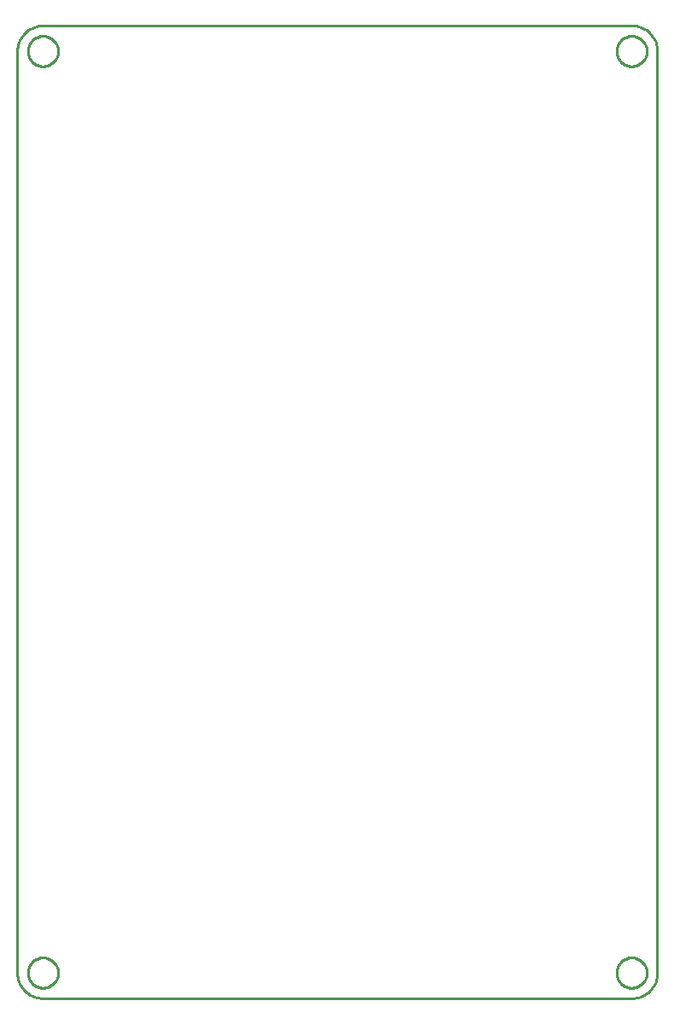
<source format=gbr>
G04 EAGLE Gerber RS-274X export*
G75*
%MOMM*%
%FSLAX34Y34*%
%LPD*%
%IN*%
%IPPOS*%
%AMOC8*
5,1,8,0,0,1.08239X$1,22.5*%
G01*
%ADD10C,0.254000*%


D10*
X0Y25400D02*
X97Y23186D01*
X386Y20989D01*
X865Y18826D01*
X1532Y16713D01*
X2380Y14666D01*
X3403Y12700D01*
X4594Y10831D01*
X5942Y9073D01*
X7440Y7440D01*
X9073Y5942D01*
X10831Y4594D01*
X12700Y3403D01*
X14666Y2380D01*
X16713Y1532D01*
X18826Y865D01*
X20989Y386D01*
X23186Y97D01*
X25400Y0D01*
X609600Y0D01*
X611814Y97D01*
X614011Y386D01*
X616174Y865D01*
X618287Y1532D01*
X620335Y2380D01*
X622300Y3403D01*
X624169Y4594D01*
X625927Y5942D01*
X627561Y7440D01*
X629058Y9073D01*
X630406Y10831D01*
X631597Y12700D01*
X632620Y14666D01*
X633468Y16713D01*
X634135Y18826D01*
X634614Y20989D01*
X634903Y23186D01*
X635000Y25400D01*
X635000Y939800D01*
X634903Y942014D01*
X634614Y944211D01*
X634135Y946374D01*
X633468Y948487D01*
X632620Y950535D01*
X631597Y952500D01*
X630406Y954369D01*
X629058Y956127D01*
X627561Y957761D01*
X625927Y959258D01*
X624169Y960606D01*
X622300Y961797D01*
X620335Y962820D01*
X618287Y963668D01*
X616174Y964335D01*
X614011Y964814D01*
X611814Y965103D01*
X609600Y965200D01*
X25400Y965200D01*
X23186Y965103D01*
X20989Y964814D01*
X18826Y964335D01*
X16713Y963668D01*
X14666Y962820D01*
X12700Y961797D01*
X10831Y960606D01*
X9073Y959258D01*
X7440Y957761D01*
X5942Y956127D01*
X4594Y954369D01*
X3403Y952500D01*
X2380Y950535D01*
X1532Y948487D01*
X865Y946374D01*
X386Y944211D01*
X97Y942014D01*
X0Y939800D01*
X0Y25400D01*
X40400Y24864D02*
X40324Y23796D01*
X40171Y22735D01*
X39943Y21688D01*
X39641Y20660D01*
X39267Y19656D01*
X38822Y18681D01*
X38308Y17741D01*
X37729Y16840D01*
X37087Y15982D01*
X36385Y15172D01*
X35628Y14415D01*
X34818Y13713D01*
X33960Y13071D01*
X33059Y12492D01*
X32119Y11978D01*
X31144Y11533D01*
X30140Y11159D01*
X29112Y10857D01*
X28065Y10629D01*
X27004Y10476D01*
X25936Y10400D01*
X24864Y10400D01*
X23796Y10476D01*
X22735Y10629D01*
X21688Y10857D01*
X20660Y11159D01*
X19656Y11533D01*
X18681Y11978D01*
X17741Y12492D01*
X16840Y13071D01*
X15982Y13713D01*
X15172Y14415D01*
X14415Y15172D01*
X13713Y15982D01*
X13071Y16840D01*
X12492Y17741D01*
X11978Y18681D01*
X11533Y19656D01*
X11159Y20660D01*
X10857Y21688D01*
X10629Y22735D01*
X10476Y23796D01*
X10400Y24864D01*
X10400Y25936D01*
X10476Y27004D01*
X10629Y28065D01*
X10857Y29112D01*
X11159Y30140D01*
X11533Y31144D01*
X11978Y32119D01*
X12492Y33059D01*
X13071Y33960D01*
X13713Y34818D01*
X14415Y35628D01*
X15172Y36385D01*
X15982Y37087D01*
X16840Y37729D01*
X17741Y38308D01*
X18681Y38822D01*
X19656Y39267D01*
X20660Y39641D01*
X21688Y39943D01*
X22735Y40171D01*
X23796Y40324D01*
X24864Y40400D01*
X25936Y40400D01*
X27004Y40324D01*
X28065Y40171D01*
X29112Y39943D01*
X30140Y39641D01*
X31144Y39267D01*
X32119Y38822D01*
X33059Y38308D01*
X33960Y37729D01*
X34818Y37087D01*
X35628Y36385D01*
X36385Y35628D01*
X37087Y34818D01*
X37729Y33960D01*
X38308Y33059D01*
X38822Y32119D01*
X39267Y31144D01*
X39641Y30140D01*
X39943Y29112D01*
X40171Y28065D01*
X40324Y27004D01*
X40400Y25936D01*
X40400Y24864D01*
X624600Y24864D02*
X624524Y23796D01*
X624371Y22735D01*
X624143Y21688D01*
X623841Y20660D01*
X623467Y19656D01*
X623022Y18681D01*
X622508Y17741D01*
X621929Y16840D01*
X621287Y15982D01*
X620585Y15172D01*
X619828Y14415D01*
X619018Y13713D01*
X618160Y13071D01*
X617259Y12492D01*
X616319Y11978D01*
X615344Y11533D01*
X614340Y11159D01*
X613312Y10857D01*
X612265Y10629D01*
X611204Y10476D01*
X610136Y10400D01*
X609064Y10400D01*
X607996Y10476D01*
X606935Y10629D01*
X605888Y10857D01*
X604860Y11159D01*
X603856Y11533D01*
X602881Y11978D01*
X601941Y12492D01*
X601040Y13071D01*
X600182Y13713D01*
X599372Y14415D01*
X598615Y15172D01*
X597913Y15982D01*
X597271Y16840D01*
X596692Y17741D01*
X596178Y18681D01*
X595733Y19656D01*
X595359Y20660D01*
X595057Y21688D01*
X594829Y22735D01*
X594676Y23796D01*
X594600Y24864D01*
X594600Y25936D01*
X594676Y27004D01*
X594829Y28065D01*
X595057Y29112D01*
X595359Y30140D01*
X595733Y31144D01*
X596178Y32119D01*
X596692Y33059D01*
X597271Y33960D01*
X597913Y34818D01*
X598615Y35628D01*
X599372Y36385D01*
X600182Y37087D01*
X601040Y37729D01*
X601941Y38308D01*
X602881Y38822D01*
X603856Y39267D01*
X604860Y39641D01*
X605888Y39943D01*
X606935Y40171D01*
X607996Y40324D01*
X609064Y40400D01*
X610136Y40400D01*
X611204Y40324D01*
X612265Y40171D01*
X613312Y39943D01*
X614340Y39641D01*
X615344Y39267D01*
X616319Y38822D01*
X617259Y38308D01*
X618160Y37729D01*
X619018Y37087D01*
X619828Y36385D01*
X620585Y35628D01*
X621287Y34818D01*
X621929Y33960D01*
X622508Y33059D01*
X623022Y32119D01*
X623467Y31144D01*
X623841Y30140D01*
X624143Y29112D01*
X624371Y28065D01*
X624524Y27004D01*
X624600Y25936D01*
X624600Y24864D01*
X624600Y939264D02*
X624524Y938196D01*
X624371Y937135D01*
X624143Y936088D01*
X623841Y935060D01*
X623467Y934056D01*
X623022Y933081D01*
X622508Y932141D01*
X621929Y931240D01*
X621287Y930382D01*
X620585Y929572D01*
X619828Y928815D01*
X619018Y928113D01*
X618160Y927471D01*
X617259Y926892D01*
X616319Y926378D01*
X615344Y925933D01*
X614340Y925559D01*
X613312Y925257D01*
X612265Y925029D01*
X611204Y924876D01*
X610136Y924800D01*
X609064Y924800D01*
X607996Y924876D01*
X606935Y925029D01*
X605888Y925257D01*
X604860Y925559D01*
X603856Y925933D01*
X602881Y926378D01*
X601941Y926892D01*
X601040Y927471D01*
X600182Y928113D01*
X599372Y928815D01*
X598615Y929572D01*
X597913Y930382D01*
X597271Y931240D01*
X596692Y932141D01*
X596178Y933081D01*
X595733Y934056D01*
X595359Y935060D01*
X595057Y936088D01*
X594829Y937135D01*
X594676Y938196D01*
X594600Y939264D01*
X594600Y940336D01*
X594676Y941404D01*
X594829Y942465D01*
X595057Y943512D01*
X595359Y944540D01*
X595733Y945544D01*
X596178Y946519D01*
X596692Y947459D01*
X597271Y948360D01*
X597913Y949218D01*
X598615Y950028D01*
X599372Y950785D01*
X600182Y951487D01*
X601040Y952129D01*
X601941Y952708D01*
X602881Y953222D01*
X603856Y953667D01*
X604860Y954041D01*
X605888Y954343D01*
X606935Y954571D01*
X607996Y954724D01*
X609064Y954800D01*
X610136Y954800D01*
X611204Y954724D01*
X612265Y954571D01*
X613312Y954343D01*
X614340Y954041D01*
X615344Y953667D01*
X616319Y953222D01*
X617259Y952708D01*
X618160Y952129D01*
X619018Y951487D01*
X619828Y950785D01*
X620585Y950028D01*
X621287Y949218D01*
X621929Y948360D01*
X622508Y947459D01*
X623022Y946519D01*
X623467Y945544D01*
X623841Y944540D01*
X624143Y943512D01*
X624371Y942465D01*
X624524Y941404D01*
X624600Y940336D01*
X624600Y939264D01*
X40400Y939264D02*
X40324Y938196D01*
X40171Y937135D01*
X39943Y936088D01*
X39641Y935060D01*
X39267Y934056D01*
X38822Y933081D01*
X38308Y932141D01*
X37729Y931240D01*
X37087Y930382D01*
X36385Y929572D01*
X35628Y928815D01*
X34818Y928113D01*
X33960Y927471D01*
X33059Y926892D01*
X32119Y926378D01*
X31144Y925933D01*
X30140Y925559D01*
X29112Y925257D01*
X28065Y925029D01*
X27004Y924876D01*
X25936Y924800D01*
X24864Y924800D01*
X23796Y924876D01*
X22735Y925029D01*
X21688Y925257D01*
X20660Y925559D01*
X19656Y925933D01*
X18681Y926378D01*
X17741Y926892D01*
X16840Y927471D01*
X15982Y928113D01*
X15172Y928815D01*
X14415Y929572D01*
X13713Y930382D01*
X13071Y931240D01*
X12492Y932141D01*
X11978Y933081D01*
X11533Y934056D01*
X11159Y935060D01*
X10857Y936088D01*
X10629Y937135D01*
X10476Y938196D01*
X10400Y939264D01*
X10400Y940336D01*
X10476Y941404D01*
X10629Y942465D01*
X10857Y943512D01*
X11159Y944540D01*
X11533Y945544D01*
X11978Y946519D01*
X12492Y947459D01*
X13071Y948360D01*
X13713Y949218D01*
X14415Y950028D01*
X15172Y950785D01*
X15982Y951487D01*
X16840Y952129D01*
X17741Y952708D01*
X18681Y953222D01*
X19656Y953667D01*
X20660Y954041D01*
X21688Y954343D01*
X22735Y954571D01*
X23796Y954724D01*
X24864Y954800D01*
X25936Y954800D01*
X27004Y954724D01*
X28065Y954571D01*
X29112Y954343D01*
X30140Y954041D01*
X31144Y953667D01*
X32119Y953222D01*
X33059Y952708D01*
X33960Y952129D01*
X34818Y951487D01*
X35628Y950785D01*
X36385Y950028D01*
X37087Y949218D01*
X37729Y948360D01*
X38308Y947459D01*
X38822Y946519D01*
X39267Y945544D01*
X39641Y944540D01*
X39943Y943512D01*
X40171Y942465D01*
X40324Y941404D01*
X40400Y940336D01*
X40400Y939264D01*
M02*

</source>
